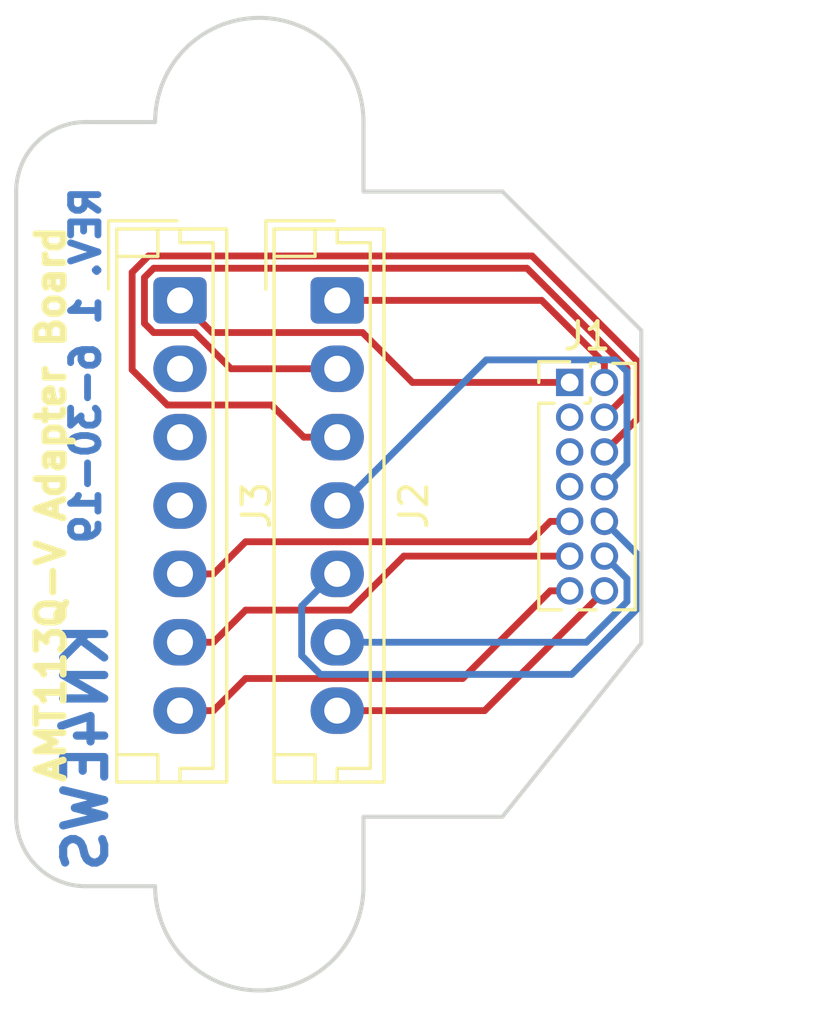
<source format=kicad_pcb>
(kicad_pcb (version 20171130) (host pcbnew 5.0.2-bee76a0~70~ubuntu16.04.1)

  (general
    (thickness 1.6)
    (drawings 18)
    (tracks 66)
    (zones 0)
    (modules 5)
    (nets 18)
  )

  (page A4)
  (layers
    (0 F.Cu signal)
    (31 B.Cu signal)
    (32 B.Adhes user)
    (33 F.Adhes user)
    (34 B.Paste user)
    (35 F.Paste user)
    (36 B.SilkS user)
    (37 F.SilkS user)
    (38 B.Mask user)
    (39 F.Mask user)
    (40 Dwgs.User user)
    (41 Cmts.User user)
    (42 Eco1.User user)
    (43 Eco2.User user)
    (44 Edge.Cuts user)
    (45 Margin user)
    (46 B.CrtYd user)
    (47 F.CrtYd user)
    (48 B.Fab user)
    (49 F.Fab user)
  )

  (setup
    (last_trace_width 0.25)
    (trace_clearance 0.2)
    (zone_clearance 0.508)
    (zone_45_only no)
    (trace_min 0.2)
    (segment_width 0.2)
    (edge_width 0.15)
    (via_size 0.8)
    (via_drill 0.4)
    (via_min_size 0.4)
    (via_min_drill 0.3)
    (uvia_size 0.3)
    (uvia_drill 0.1)
    (uvias_allowed no)
    (uvia_min_size 0.2)
    (uvia_min_drill 0.1)
    (pcb_text_width 0.3)
    (pcb_text_size 1.5 1.5)
    (mod_edge_width 0.15)
    (mod_text_size 1 1)
    (mod_text_width 0.15)
    (pad_size 1.524 1.524)
    (pad_drill 0.762)
    (pad_to_mask_clearance 0.051)
    (solder_mask_min_width 0.25)
    (aux_axis_origin 0 0)
    (visible_elements FFFFFF7F)
    (pcbplotparams
      (layerselection 0x010fc_ffffffff)
      (usegerberextensions false)
      (usegerberattributes false)
      (usegerberadvancedattributes false)
      (creategerberjobfile false)
      (excludeedgelayer true)
      (linewidth 0.100000)
      (plotframeref false)
      (viasonmask false)
      (mode 1)
      (useauxorigin false)
      (hpglpennumber 1)
      (hpglpenspeed 20)
      (hpglpendiameter 15.000000)
      (psnegative false)
      (psa4output false)
      (plotreference true)
      (plotvalue true)
      (plotinvisibletext false)
      (padsonsilk false)
      (subtractmaskfromsilk false)
      (outputformat 1)
      (mirror false)
      (drillshape 1)
      (scaleselection 1)
      (outputdirectory ""))
  )

  (net 0 "")
  (net 1 RX_ENC+)
  (net 2 TX_ENC+)
  (net 3 "Net-(J1-Pad3)")
  (net 4 GND)
  (net 5 "Net-(J1-Pad5)")
  (net 6 +5V)
  (net 7 "Net-(J1-Pad7)")
  (net 8 B+)
  (net 9 B-)
  (net 10 A+)
  (net 11 A-)
  (net 12 Z+)
  (net 13 Z-)
  (net 14 MCLTB)
  (net 15 "Net-(J3-Pad4)")
  (net 16 "Net-(J3-Pad3)")
  (net 17 "Net-(J3-Pad2)")

  (net_class Default "This is the default net class."
    (clearance 0.2)
    (trace_width 0.25)
    (via_dia 0.8)
    (via_drill 0.4)
    (uvia_dia 0.3)
    (uvia_drill 0.1)
    (add_net +5V)
    (add_net A+)
    (add_net A-)
    (add_net B+)
    (add_net B-)
    (add_net GND)
    (add_net MCLTB)
    (add_net "Net-(J1-Pad3)")
    (add_net "Net-(J1-Pad5)")
    (add_net "Net-(J1-Pad7)")
    (add_net "Net-(J3-Pad2)")
    (add_net "Net-(J3-Pad3)")
    (add_net "Net-(J3-Pad4)")
    (add_net RX_ENC+)
    (add_net TX_ENC+)
    (add_net Z+)
    (add_net Z-)
  )

  (module MountingHole:MountingHole_3.2mm_M3 (layer F.Cu) (tedit 5D195393) (tstamp 5D3170A5)
    (at 152.4 153.67)
    (descr "Mounting Hole 3.2mm, no annular, M3")
    (tags "mounting hole 3.2mm no annular m3")
    (attr virtual)
    (fp_text reference "" (at 0 -4.2) (layer F.SilkS)
      (effects (font (size 1 1) (thickness 0.15)))
    )
    (fp_text value MountingHole_3.2mm_M3 (at 0 4.2) (layer F.Fab)
      (effects (font (size 1 1) (thickness 0.15)))
    )
    (fp_circle (center 0 0) (end 3.45 0) (layer F.CrtYd) (width 0.05))
    (fp_circle (center 0 0) (end 3.2 0) (layer Cmts.User) (width 0.15))
    (fp_text user %R (at 0.3 0) (layer F.Fab)
      (effects (font (size 1 1) (thickness 0.15)))
    )
    (pad 1 np_thru_hole circle (at 0 0) (size 3.2 3.2) (drill 3.2) (layers *.Cu *.Mask))
  )

  (module MountingHole:MountingHole_3.2mm_M3 (layer F.Cu) (tedit 5D19538E) (tstamp 5D31702D)
    (at 152.4 125.73)
    (descr "Mounting Hole 3.2mm, no annular, M3")
    (tags "mounting hole 3.2mm no annular m3")
    (attr virtual)
    (fp_text reference "" (at 0 -4.2) (layer F.SilkS)
      (effects (font (size 1 1) (thickness 0.15)))
    )
    (fp_text value MountingHole_3.2mm_M3 (at 0 4.2) (layer F.Fab)
      (effects (font (size 1 1) (thickness 0.15)))
    )
    (fp_text user %R (at 0.3 0) (layer F.Fab)
      (effects (font (size 1 1) (thickness 0.15)))
    )
    (fp_circle (center 0 0) (end 3.2 0) (layer Cmts.User) (width 0.15))
    (fp_circle (center 0 0) (end 3.45 0) (layer F.CrtYd) (width 0.05))
    (pad 1 np_thru_hole circle (at 0 0) (size 3.2 3.2) (drill 3.2) (layers *.Cu *.Mask))
  )

  (module Connector_PinHeader_1.27mm:PinHeader_2x07_P1.27mm_Vertical (layer F.Cu) (tedit 59FED6E3) (tstamp 5D25B3DE)
    (at 163.75 135.25)
    (descr "Through hole straight pin header, 2x07, 1.27mm pitch, double rows")
    (tags "Through hole pin header THT 2x07 1.27mm double row")
    (path /5D195248)
    (fp_text reference J1 (at 0.635 -1.695) (layer F.SilkS)
      (effects (font (size 1 1) (thickness 0.15)))
    )
    (fp_text value Conn_02x07_Odd_Even (at 0.635 9.315) (layer F.Fab)
      (effects (font (size 1 1) (thickness 0.15)))
    )
    (fp_line (start -0.2175 -0.635) (end 2.34 -0.635) (layer F.Fab) (width 0.1))
    (fp_line (start 2.34 -0.635) (end 2.34 8.255) (layer F.Fab) (width 0.1))
    (fp_line (start 2.34 8.255) (end -1.07 8.255) (layer F.Fab) (width 0.1))
    (fp_line (start -1.07 8.255) (end -1.07 0.2175) (layer F.Fab) (width 0.1))
    (fp_line (start -1.07 0.2175) (end -0.2175 -0.635) (layer F.Fab) (width 0.1))
    (fp_line (start -1.13 8.315) (end -0.30753 8.315) (layer F.SilkS) (width 0.12))
    (fp_line (start 1.57753 8.315) (end 2.4 8.315) (layer F.SilkS) (width 0.12))
    (fp_line (start 0.30753 8.315) (end 0.96247 8.315) (layer F.SilkS) (width 0.12))
    (fp_line (start -1.13 0.76) (end -1.13 8.315) (layer F.SilkS) (width 0.12))
    (fp_line (start 2.4 -0.695) (end 2.4 8.315) (layer F.SilkS) (width 0.12))
    (fp_line (start -1.13 0.76) (end -0.563471 0.76) (layer F.SilkS) (width 0.12))
    (fp_line (start 0.563471 0.76) (end 0.706529 0.76) (layer F.SilkS) (width 0.12))
    (fp_line (start 0.76 0.706529) (end 0.76 0.563471) (layer F.SilkS) (width 0.12))
    (fp_line (start 0.76 -0.563471) (end 0.76 -0.695) (layer F.SilkS) (width 0.12))
    (fp_line (start 0.76 -0.695) (end 0.96247 -0.695) (layer F.SilkS) (width 0.12))
    (fp_line (start 1.57753 -0.695) (end 2.4 -0.695) (layer F.SilkS) (width 0.12))
    (fp_line (start -1.13 0) (end -1.13 -0.76) (layer F.SilkS) (width 0.12))
    (fp_line (start -1.13 -0.76) (end 0 -0.76) (layer F.SilkS) (width 0.12))
    (fp_line (start -1.6 -1.15) (end -1.6 8.8) (layer F.CrtYd) (width 0.05))
    (fp_line (start -1.6 8.8) (end 2.85 8.8) (layer F.CrtYd) (width 0.05))
    (fp_line (start 2.85 8.8) (end 2.85 -1.15) (layer F.CrtYd) (width 0.05))
    (fp_line (start 2.85 -1.15) (end -1.6 -1.15) (layer F.CrtYd) (width 0.05))
    (fp_text user %R (at 0.635 3.81 90) (layer F.Fab)
      (effects (font (size 1 1) (thickness 0.15)))
    )
    (pad 1 thru_hole rect (at 0 0) (size 1 1) (drill 0.65) (layers *.Cu *.Mask)
      (net 1 RX_ENC+))
    (pad 2 thru_hole oval (at 1.27 0) (size 1 1) (drill 0.65) (layers *.Cu *.Mask)
      (net 2 TX_ENC+))
    (pad 3 thru_hole oval (at 0 1.27) (size 1 1) (drill 0.65) (layers *.Cu *.Mask)
      (net 3 "Net-(J1-Pad3)"))
    (pad 4 thru_hole oval (at 1.27 1.27) (size 1 1) (drill 0.65) (layers *.Cu *.Mask)
      (net 4 GND))
    (pad 5 thru_hole oval (at 0 2.54) (size 1 1) (drill 0.65) (layers *.Cu *.Mask)
      (net 5 "Net-(J1-Pad5)"))
    (pad 6 thru_hole oval (at 1.27 2.54) (size 1 1) (drill 0.65) (layers *.Cu *.Mask)
      (net 6 +5V))
    (pad 7 thru_hole oval (at 0 3.81) (size 1 1) (drill 0.65) (layers *.Cu *.Mask)
      (net 7 "Net-(J1-Pad7)"))
    (pad 8 thru_hole oval (at 1.27 3.81) (size 1 1) (drill 0.65) (layers *.Cu *.Mask)
      (net 8 B+))
    (pad 9 thru_hole oval (at 0 5.08) (size 1 1) (drill 0.65) (layers *.Cu *.Mask)
      (net 9 B-))
    (pad 10 thru_hole oval (at 1.27 5.08) (size 1 1) (drill 0.65) (layers *.Cu *.Mask)
      (net 10 A+))
    (pad 11 thru_hole oval (at 0 6.35) (size 1 1) (drill 0.65) (layers *.Cu *.Mask)
      (net 11 A-))
    (pad 12 thru_hole oval (at 1.27 6.35) (size 1 1) (drill 0.65) (layers *.Cu *.Mask)
      (net 12 Z+))
    (pad 13 thru_hole oval (at 0 7.62) (size 1 1) (drill 0.65) (layers *.Cu *.Mask)
      (net 13 Z-))
    (pad 14 thru_hole oval (at 1.27 7.62) (size 1 1) (drill 0.65) (layers *.Cu *.Mask)
      (net 14 MCLTB))
    (model ${KISYS3DMOD}/Connector_PinHeader_1.27mm.3dshapes/PinHeader_2x07_P1.27mm_Vertical.wrl
      (at (xyz 0 0 0))
      (scale (xyz 1 1 1))
      (rotate (xyz 0 0 0))
    )
  )

  (module Connector_JST:JST_EH_B07B-EH-A_1x07_P2.50mm_Vertical (layer F.Cu) (tedit 5B772AC7) (tstamp 5D25B403)
    (at 155.25 132.25 270)
    (descr "JST EH series connector, B07B-EH-A (http://www.jst-mfg.com/product/pdf/eng/eEH.pdf), generated with kicad-footprint-generator")
    (tags "connector JST EH side entry")
    (path /5D19539C)
    (fp_text reference J2 (at 7.5 -2.8 270) (layer F.SilkS)
      (effects (font (size 1 1) (thickness 0.15)))
    )
    (fp_text value Conn_01x07_Male (at 7.5 3.4 270) (layer F.Fab)
      (effects (font (size 1 1) (thickness 0.15)))
    )
    (fp_line (start -2.5 -1.6) (end -2.5 2.2) (layer F.Fab) (width 0.1))
    (fp_line (start -2.5 2.2) (end 17.5 2.2) (layer F.Fab) (width 0.1))
    (fp_line (start 17.5 2.2) (end 17.5 -1.6) (layer F.Fab) (width 0.1))
    (fp_line (start 17.5 -1.6) (end -2.5 -1.6) (layer F.Fab) (width 0.1))
    (fp_line (start -3 -2.1) (end -3 2.7) (layer F.CrtYd) (width 0.05))
    (fp_line (start -3 2.7) (end 18 2.7) (layer F.CrtYd) (width 0.05))
    (fp_line (start 18 2.7) (end 18 -2.1) (layer F.CrtYd) (width 0.05))
    (fp_line (start 18 -2.1) (end -3 -2.1) (layer F.CrtYd) (width 0.05))
    (fp_line (start -2.61 -1.71) (end -2.61 2.31) (layer F.SilkS) (width 0.12))
    (fp_line (start -2.61 2.31) (end 17.61 2.31) (layer F.SilkS) (width 0.12))
    (fp_line (start 17.61 2.31) (end 17.61 -1.71) (layer F.SilkS) (width 0.12))
    (fp_line (start 17.61 -1.71) (end -2.61 -1.71) (layer F.SilkS) (width 0.12))
    (fp_line (start -2.61 0) (end -2.11 0) (layer F.SilkS) (width 0.12))
    (fp_line (start -2.11 0) (end -2.11 -1.21) (layer F.SilkS) (width 0.12))
    (fp_line (start -2.11 -1.21) (end 17.11 -1.21) (layer F.SilkS) (width 0.12))
    (fp_line (start 17.11 -1.21) (end 17.11 0) (layer F.SilkS) (width 0.12))
    (fp_line (start 17.11 0) (end 17.61 0) (layer F.SilkS) (width 0.12))
    (fp_line (start -2.61 0.81) (end -1.61 0.81) (layer F.SilkS) (width 0.12))
    (fp_line (start -1.61 0.81) (end -1.61 2.31) (layer F.SilkS) (width 0.12))
    (fp_line (start 17.61 0.81) (end 16.61 0.81) (layer F.SilkS) (width 0.12))
    (fp_line (start 16.61 0.81) (end 16.61 2.31) (layer F.SilkS) (width 0.12))
    (fp_line (start -2.91 0.11) (end -2.91 2.61) (layer F.SilkS) (width 0.12))
    (fp_line (start -2.91 2.61) (end -0.41 2.61) (layer F.SilkS) (width 0.12))
    (fp_line (start -2.91 0.11) (end -2.91 2.61) (layer F.Fab) (width 0.1))
    (fp_line (start -2.91 2.61) (end -0.41 2.61) (layer F.Fab) (width 0.1))
    (fp_text user %R (at 7.5 1.5) (layer F.Fab)
      (effects (font (size 1 1) (thickness 0.15)))
    )
    (pad 1 thru_hole roundrect (at 0 0 270) (size 1.7 1.95) (drill 0.95) (layers *.Cu *.Mask) (roundrect_rratio 0.147059)
      (net 2 TX_ENC+))
    (pad 2 thru_hole oval (at 2.5 0 270) (size 1.7 1.95) (drill 0.95) (layers *.Cu *.Mask)
      (net 4 GND))
    (pad 3 thru_hole oval (at 5 0 270) (size 1.7 1.95) (drill 0.95) (layers *.Cu *.Mask)
      (net 6 +5V))
    (pad 4 thru_hole oval (at 7.5 0 270) (size 1.7 1.95) (drill 0.95) (layers *.Cu *.Mask)
      (net 8 B+))
    (pad 5 thru_hole oval (at 10 0 270) (size 1.7 1.95) (drill 0.95) (layers *.Cu *.Mask)
      (net 10 A+))
    (pad 6 thru_hole oval (at 12.5 0 270) (size 1.7 1.95) (drill 0.95) (layers *.Cu *.Mask)
      (net 12 Z+))
    (pad 7 thru_hole oval (at 15 0 270) (size 1.7 1.95) (drill 0.95) (layers *.Cu *.Mask)
      (net 14 MCLTB))
    (model ${KISYS3DMOD}/Connector_JST.3dshapes/JST_EH_B07B-EH-A_1x07_P2.50mm_Vertical.wrl
      (at (xyz 0 0 0))
      (scale (xyz 1 1 1))
      (rotate (xyz 0 0 0))
    )
  )

  (module Connector_JST:JST_EH_B07B-EH-A_1x07_P2.50mm_Vertical (layer F.Cu) (tedit 5B772AC7) (tstamp 5D25B89D)
    (at 149.5 132.25 270)
    (descr "JST EH series connector, B07B-EH-A (http://www.jst-mfg.com/product/pdf/eng/eEH.pdf), generated with kicad-footprint-generator")
    (tags "connector JST EH side entry")
    (path /5D1954FA)
    (fp_text reference J3 (at 7.5 -2.8 270) (layer F.SilkS)
      (effects (font (size 1 1) (thickness 0.15)))
    )
    (fp_text value Conn_01x07_Male (at 7.5 3.4 270) (layer F.Fab)
      (effects (font (size 1 1) (thickness 0.15)))
    )
    (fp_text user %R (at 7.5 1.5 270) (layer F.Fab)
      (effects (font (size 1 1) (thickness 0.15)))
    )
    (fp_line (start -2.91 2.61) (end -0.41 2.61) (layer F.Fab) (width 0.1))
    (fp_line (start -2.91 0.11) (end -2.91 2.61) (layer F.Fab) (width 0.1))
    (fp_line (start -2.91 2.61) (end -0.41 2.61) (layer F.SilkS) (width 0.12))
    (fp_line (start -2.91 0.11) (end -2.91 2.61) (layer F.SilkS) (width 0.12))
    (fp_line (start 16.61 0.81) (end 16.61 2.31) (layer F.SilkS) (width 0.12))
    (fp_line (start 17.61 0.81) (end 16.61 0.81) (layer F.SilkS) (width 0.12))
    (fp_line (start -1.61 0.81) (end -1.61 2.31) (layer F.SilkS) (width 0.12))
    (fp_line (start -2.61 0.81) (end -1.61 0.81) (layer F.SilkS) (width 0.12))
    (fp_line (start 17.11 0) (end 17.61 0) (layer F.SilkS) (width 0.12))
    (fp_line (start 17.11 -1.21) (end 17.11 0) (layer F.SilkS) (width 0.12))
    (fp_line (start -2.11 -1.21) (end 17.11 -1.21) (layer F.SilkS) (width 0.12))
    (fp_line (start -2.11 0) (end -2.11 -1.21) (layer F.SilkS) (width 0.12))
    (fp_line (start -2.61 0) (end -2.11 0) (layer F.SilkS) (width 0.12))
    (fp_line (start 17.61 -1.71) (end -2.61 -1.71) (layer F.SilkS) (width 0.12))
    (fp_line (start 17.61 2.31) (end 17.61 -1.71) (layer F.SilkS) (width 0.12))
    (fp_line (start -2.61 2.31) (end 17.61 2.31) (layer F.SilkS) (width 0.12))
    (fp_line (start -2.61 -1.71) (end -2.61 2.31) (layer F.SilkS) (width 0.12))
    (fp_line (start 18 -2.1) (end -3 -2.1) (layer F.CrtYd) (width 0.05))
    (fp_line (start 18 2.7) (end 18 -2.1) (layer F.CrtYd) (width 0.05))
    (fp_line (start -3 2.7) (end 18 2.7) (layer F.CrtYd) (width 0.05))
    (fp_line (start -3 -2.1) (end -3 2.7) (layer F.CrtYd) (width 0.05))
    (fp_line (start 17.5 -1.6) (end -2.5 -1.6) (layer F.Fab) (width 0.1))
    (fp_line (start 17.5 2.2) (end 17.5 -1.6) (layer F.Fab) (width 0.1))
    (fp_line (start -2.5 2.2) (end 17.5 2.2) (layer F.Fab) (width 0.1))
    (fp_line (start -2.5 -1.6) (end -2.5 2.2) (layer F.Fab) (width 0.1))
    (pad 7 thru_hole oval (at 15 0 270) (size 1.7 1.95) (drill 0.95) (layers *.Cu *.Mask)
      (net 13 Z-))
    (pad 6 thru_hole oval (at 12.5 0 270) (size 1.7 1.95) (drill 0.95) (layers *.Cu *.Mask)
      (net 11 A-))
    (pad 5 thru_hole oval (at 10 0 270) (size 1.7 1.95) (drill 0.95) (layers *.Cu *.Mask)
      (net 9 B-))
    (pad 4 thru_hole oval (at 7.5 0 270) (size 1.7 1.95) (drill 0.95) (layers *.Cu *.Mask)
      (net 15 "Net-(J3-Pad4)"))
    (pad 3 thru_hole oval (at 5 0 270) (size 1.7 1.95) (drill 0.95) (layers *.Cu *.Mask)
      (net 16 "Net-(J3-Pad3)"))
    (pad 2 thru_hole oval (at 2.5 0 270) (size 1.7 1.95) (drill 0.95) (layers *.Cu *.Mask)
      (net 17 "Net-(J3-Pad2)"))
    (pad 1 thru_hole roundrect (at 0 0 270) (size 1.7 1.95) (drill 0.95) (layers *.Cu *.Mask) (roundrect_rratio 0.147059)
      (net 1 RX_ENC+))
    (model ${KISYS3DMOD}/Connector_JST.3dshapes/JST_EH_B07B-EH-A_1x07_P2.50mm_Vertical.wrl
      (at (xyz 0 0 0))
      (scale (xyz 1 1 1))
      (rotate (xyz 0 0 0))
    )
  )

  (gr_text "REV. 1 6-30-19" (at 146.05 134.62 90) (layer B.Cu) (tstamp 5D317D5C)
    (effects (font (size 1 1) (thickness 0.25)) (justify mirror))
  )
  (gr_text "REV. 1 6-30-19" (at 146.05 134.62 90) (layer B.Mask)
    (effects (font (size 1 1) (thickness 0.25)) (justify mirror))
  )
  (gr_text KN4EWS (at 146.05 148.59 90) (layer B.Cu)
    (effects (font (size 1.5 1.5) (thickness 0.3)) (justify mirror))
  )
  (gr_text "AMT113Q-V Adapter Board" (at 144.78 139.7 90) (layer F.SilkS)
    (effects (font (size 1 1) (thickness 0.25)))
  )
  (gr_line (start 156.21 151.13) (end 156.21 153.67) (layer Edge.Cuts) (width 0.15))
  (gr_line (start 161.29 151.13) (end 156.21 151.13) (layer Edge.Cuts) (width 0.15))
  (gr_line (start 166.37 144.78) (end 161.29 151.13) (layer Edge.Cuts) (width 0.15))
  (gr_line (start 156.21 128.27) (end 156.21 125.73) (layer Edge.Cuts) (width 0.15))
  (gr_line (start 161.29 128.27) (end 156.21 128.27) (layer Edge.Cuts) (width 0.15))
  (gr_line (start 166.37 133.35) (end 161.29 128.27) (layer Edge.Cuts) (width 0.15))
  (gr_line (start 166.37 144.78) (end 166.37 133.35) (layer Edge.Cuts) (width 0.15))
  (gr_line (start 148.59 153.67) (end 146.05 153.67) (layer Edge.Cuts) (width 0.15))
  (gr_line (start 146.05 125.73) (end 148.59 125.73) (layer Edge.Cuts) (width 0.15))
  (gr_line (start 143.51 151.13) (end 143.51 128.27) (layer Edge.Cuts) (width 0.15))
  (gr_arc (start 146.05 128.27) (end 146.05 125.73) (angle -90) (layer Edge.Cuts) (width 0.15) (tstamp 5D3170F6))
  (gr_arc (start 146.05 151.13) (end 143.51 151.13) (angle -90) (layer Edge.Cuts) (width 0.15))
  (gr_arc (start 152.4 153.67) (end 148.59 153.67) (angle -180) (layer Edge.Cuts) (width 0.15))
  (gr_arc (start 152.4 125.73) (end 156.21 125.73) (angle -180) (layer Edge.Cuts) (width 0.15))

  (segment (start 150.398372 133.148372) (end 149.5 132.25) (width 0.25) (layer F.Cu) (net 1))
  (segment (start 150.67501 133.42501) (end 150.398372 133.148372) (width 0.25) (layer F.Cu) (net 1))
  (segment (start 158 135.25) (end 156.17501 133.42501) (width 0.25) (layer F.Cu) (net 1))
  (segment (start 156.17501 133.42501) (end 150.67501 133.42501) (width 0.25) (layer F.Cu) (net 1))
  (segment (start 163.75 135.25) (end 158 135.25) (width 0.25) (layer F.Cu) (net 1))
  (segment (start 156.325 132.25) (end 155.25 132.25) (width 0.25) (layer F.Cu) (net 2))
  (segment (start 162.727106 132.25) (end 156.325 132.25) (width 0.25) (layer F.Cu) (net 2))
  (segment (start 165.02 134.542894) (end 162.727106 132.25) (width 0.25) (layer F.Cu) (net 2))
  (segment (start 165.02 135.25) (end 165.02 134.542894) (width 0.25) (layer F.Cu) (net 2))
  (segment (start 154.025 134.75) (end 155.25 134.75) (width 0.25) (layer F.Cu) (net 4))
  (segment (start 151.36359 134.75) (end 154.025 134.75) (width 0.25) (layer F.Cu) (net 4))
  (segment (start 150.0386 133.42501) (end 151.36359 134.75) (width 0.25) (layer F.Cu) (net 4))
  (segment (start 148.53682 133.42501) (end 150.0386 133.42501) (width 0.25) (layer F.Cu) (net 4))
  (segment (start 148.53682 131.07499) (end 148.19999 131.41182) (width 0.25) (layer F.Cu) (net 4))
  (segment (start 162.188506 131.07499) (end 148.53682 131.07499) (width 0.25) (layer F.Cu) (net 4))
  (segment (start 148.19999 131.41182) (end 148.19999 133.08818) (width 0.25) (layer F.Cu) (net 4))
  (segment (start 165.845001 134.731485) (end 162.188506 131.07499) (width 0.25) (layer F.Cu) (net 4))
  (segment (start 148.19999 133.08818) (end 148.53682 133.42501) (width 0.25) (layer F.Cu) (net 4))
  (segment (start 165.845001 135.694999) (end 165.845001 134.731485) (width 0.25) (layer F.Cu) (net 4))
  (segment (start 165.02 136.52) (end 165.845001 135.694999) (width 0.25) (layer F.Cu) (net 4))
  (segment (start 154.025 137.25) (end 155.25 137.25) (width 0.25) (layer F.Cu) (net 6))
  (segment (start 152.84999 136.07499) (end 154.025 137.25) (width 0.25) (layer F.Cu) (net 6))
  (segment (start 147.74998 134.786695) (end 149.038275 136.07499) (width 0.25) (layer F.Cu) (net 6))
  (segment (start 149.038275 136.07499) (end 152.84999 136.07499) (width 0.25) (layer F.Cu) (net 6))
  (segment (start 148.350419 130.624981) (end 147.74998 131.22542) (width 0.25) (layer F.Cu) (net 6))
  (segment (start 147.74998 131.22542) (end 147.74998 134.786695) (width 0.25) (layer F.Cu) (net 6))
  (segment (start 162.374906 130.62498) (end 148.350419 130.624981) (width 0.25) (layer F.Cu) (net 6))
  (segment (start 166.29501 134.545084) (end 162.374906 130.62498) (width 0.25) (layer F.Cu) (net 6))
  (segment (start 166.29501 136.51499) (end 166.29501 134.545084) (width 0.25) (layer F.Cu) (net 6))
  (segment (start 165.02 137.79) (end 166.29501 136.51499) (width 0.25) (layer F.Cu) (net 6))
  (segment (start 165.416001 134.424999) (end 160.700001 134.424999) (width 0.25) (layer B.Cu) (net 8))
  (segment (start 160.700001 134.424999) (end 155.375 139.75) (width 0.25) (layer B.Cu) (net 8))
  (segment (start 165.845001 134.853999) (end 165.416001 134.424999) (width 0.25) (layer B.Cu) (net 8))
  (segment (start 165.845001 138.234999) (end 165.845001 134.853999) (width 0.25) (layer B.Cu) (net 8))
  (segment (start 155.375 139.75) (end 155.25 139.75) (width 0.25) (layer B.Cu) (net 8))
  (segment (start 165.02 139.06) (end 165.845001 138.234999) (width 0.25) (layer B.Cu) (net 8))
  (segment (start 150.725 142.25) (end 149.5 142.25) (width 0.25) (layer F.Cu) (net 9))
  (segment (start 162.297904 141.07499) (end 151.90001 141.07499) (width 0.25) (layer F.Cu) (net 9))
  (segment (start 151.90001 141.07499) (end 150.725 142.25) (width 0.25) (layer F.Cu) (net 9))
  (segment (start 163.042894 140.33) (end 162.297904 141.07499) (width 0.25) (layer F.Cu) (net 9))
  (segment (start 163.75 140.33) (end 163.042894 140.33) (width 0.25) (layer F.Cu) (net 9))
  (segment (start 155.125 142.25) (end 155.25 142.25) (width 0.25) (layer B.Cu) (net 10))
  (segment (start 153.94999 145.236705) (end 153.94999 143.42501) (width 0.25) (layer B.Cu) (net 10))
  (segment (start 163.822402 145.92501) (end 154.638295 145.92501) (width 0.25) (layer B.Cu) (net 10))
  (segment (start 166.29501 143.452402) (end 163.822402 145.92501) (width 0.25) (layer B.Cu) (net 10))
  (segment (start 153.94999 143.42501) (end 155.125 142.25) (width 0.25) (layer B.Cu) (net 10))
  (segment (start 154.638295 145.92501) (end 153.94999 145.236705) (width 0.25) (layer B.Cu) (net 10))
  (segment (start 166.295011 141.605011) (end 166.29501 143.452402) (width 0.25) (layer B.Cu) (net 10))
  (segment (start 165.02 140.33) (end 166.295011 141.605011) (width 0.25) (layer B.Cu) (net 10))
  (segment (start 151.90001 143.57499) (end 150.725 144.75) (width 0.25) (layer F.Cu) (net 11))
  (segment (start 155.711725 143.57499) (end 151.90001 143.57499) (width 0.25) (layer F.Cu) (net 11))
  (segment (start 150.725 144.75) (end 149.5 144.75) (width 0.25) (layer F.Cu) (net 11))
  (segment (start 157.686715 141.6) (end 155.711725 143.57499) (width 0.25) (layer F.Cu) (net 11))
  (segment (start 163.75 141.6) (end 157.686715 141.6) (width 0.25) (layer F.Cu) (net 11))
  (segment (start 164.361002 144.75) (end 156.475 144.75) (width 0.25) (layer B.Cu) (net 12))
  (segment (start 165.845001 143.266001) (end 164.361002 144.75) (width 0.25) (layer B.Cu) (net 12))
  (segment (start 165.845001 142.425001) (end 165.845001 143.266001) (width 0.25) (layer B.Cu) (net 12))
  (segment (start 156.475 144.75) (end 155.25 144.75) (width 0.25) (layer B.Cu) (net 12))
  (segment (start 165.02 141.6) (end 165.845001 142.425001) (width 0.25) (layer B.Cu) (net 12))
  (segment (start 150.725 147.25) (end 149.5 147.25) (width 0.25) (layer F.Cu) (net 13))
  (segment (start 151.90001 146.07499) (end 150.725 147.25) (width 0.25) (layer F.Cu) (net 13))
  (segment (start 159.837904 146.07499) (end 151.90001 146.07499) (width 0.25) (layer F.Cu) (net 13))
  (segment (start 163.042894 142.87) (end 159.837904 146.07499) (width 0.25) (layer F.Cu) (net 13))
  (segment (start 163.75 142.87) (end 163.042894 142.87) (width 0.25) (layer F.Cu) (net 13))
  (segment (start 160.64 147.25) (end 155.25 147.25) (width 0.25) (layer F.Cu) (net 14))
  (segment (start 165.02 142.87) (end 160.64 147.25) (width 0.25) (layer F.Cu) (net 14))

)

</source>
